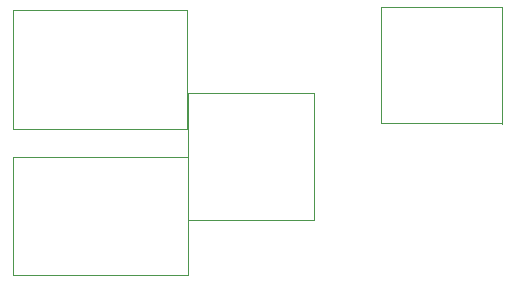
<source format=gbr>
%TF.GenerationSoftware,KiCad,Pcbnew,(6.0.1-0)*%
%TF.CreationDate,2022-05-02T12:36:29+02:00*%
%TF.ProjectId,SAMD_QTPY_MIDI,53414d44-5f51-4545-9059-5f4d4944492e,1*%
%TF.SameCoordinates,Original*%
%TF.FileFunction,Other,User*%
%FSLAX46Y46*%
G04 Gerber Fmt 4.6, Leading zero omitted, Abs format (unit mm)*
G04 Created by KiCad (PCBNEW (6.0.1-0)) date 2022-05-02 12:36:29*
%MOMM*%
%LPD*%
G01*
G04 APERTURE LIST*
%ADD10C,0.050000*%
G04 APERTURE END LIST*
D10*
%TO.C,J1*%
X158900000Y-25670000D02*
X148660000Y-25670000D01*
X148660000Y-15780000D02*
X158900000Y-15830000D01*
X158900000Y-15830000D02*
X158900000Y-25720000D01*
X148660000Y-25670000D02*
X148660000Y-15780000D01*
%TO.C,J7*%
X132300000Y-28500000D02*
X132300000Y-38500000D01*
X117500000Y-38500000D02*
X132300000Y-38500000D01*
X117500000Y-28500000D02*
X117500000Y-38500000D01*
X117500000Y-28500000D02*
X132300000Y-28500000D01*
%TO.C,U6*%
X132300000Y-23075000D02*
X143000000Y-23075000D01*
X132300000Y-33875000D02*
X132300000Y-23075000D01*
X143000000Y-33875000D02*
X132300000Y-33875000D01*
X143000000Y-23075000D02*
X143000000Y-33875000D01*
%TO.C,J6*%
X117470000Y-16100000D02*
X117470000Y-26100000D01*
X117470000Y-16100000D02*
X132270000Y-16100000D01*
X117470000Y-26100000D02*
X132270000Y-26100000D01*
X132270000Y-16100000D02*
X132270000Y-26100000D01*
%TD*%
M02*

</source>
